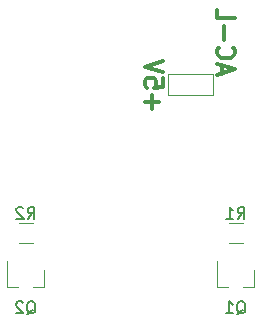
<source format=gbr>
G04 #@! TF.FileFunction,Legend,Bot*
%FSLAX46Y46*%
G04 Gerber Fmt 4.6, Leading zero omitted, Abs format (unit mm)*
G04 Created by KiCad (PCBNEW 4.0.7) date Sunday 11 February 2018 15:33:06*
%MOMM*%
%LPD*%
G01*
G04 APERTURE LIST*
%ADD10C,0.100000*%
%ADD11C,0.300000*%
%ADD12C,0.120000*%
%ADD13C,0.150000*%
G04 APERTURE END LIST*
D10*
D11*
X240557857Y-127912571D02*
X240557857Y-126769714D01*
X239986429Y-127341143D02*
X241129286Y-127341143D01*
X241486429Y-125341142D02*
X241486429Y-126055428D01*
X240772143Y-126126857D01*
X240843571Y-126055428D01*
X240915000Y-125912571D01*
X240915000Y-125555428D01*
X240843571Y-125412571D01*
X240772143Y-125341142D01*
X240629286Y-125269714D01*
X240272143Y-125269714D01*
X240129286Y-125341142D01*
X240057857Y-125412571D01*
X239986429Y-125555428D01*
X239986429Y-125912571D01*
X240057857Y-126055428D01*
X240129286Y-126126857D01*
X241486429Y-124841143D02*
X239986429Y-124341143D01*
X241486429Y-123841143D01*
X246511000Y-124943857D02*
X246511000Y-124229571D01*
X246082429Y-125086714D02*
X247582429Y-124586714D01*
X246082429Y-124086714D01*
X246225286Y-122729571D02*
X246153857Y-122801000D01*
X246082429Y-123015286D01*
X246082429Y-123158143D01*
X246153857Y-123372428D01*
X246296714Y-123515286D01*
X246439571Y-123586714D01*
X246725286Y-123658143D01*
X246939571Y-123658143D01*
X247225286Y-123586714D01*
X247368143Y-123515286D01*
X247511000Y-123372428D01*
X247582429Y-123158143D01*
X247582429Y-123015286D01*
X247511000Y-122801000D01*
X247439571Y-122729571D01*
X246653857Y-122086714D02*
X246653857Y-120943857D01*
X246082429Y-119515285D02*
X246082429Y-120229571D01*
X247582429Y-120229571D01*
D12*
X249230000Y-143000000D02*
X248300000Y-143000000D01*
X246070000Y-143000000D02*
X247000000Y-143000000D01*
X246070000Y-143000000D02*
X246070000Y-140840000D01*
X249230000Y-143000000D02*
X249230000Y-141540000D01*
X231450000Y-143000000D02*
X230520000Y-143000000D01*
X228290000Y-143000000D02*
X229220000Y-143000000D01*
X228290000Y-143000000D02*
X228290000Y-140840000D01*
X231450000Y-143000000D02*
X231450000Y-141540000D01*
X248250000Y-137550000D02*
X247050000Y-137550000D01*
X247050000Y-139310000D02*
X248250000Y-139310000D01*
X230470000Y-137550000D02*
X229270000Y-137550000D01*
X229270000Y-139310000D02*
X230470000Y-139310000D01*
X245750000Y-126747000D02*
X241930000Y-126747000D01*
X241930000Y-126747000D02*
X241930000Y-124967000D01*
X241930000Y-124967000D02*
X245750000Y-124967000D01*
X245750000Y-126747000D02*
X245750000Y-124967000D01*
D13*
X247745238Y-145327619D02*
X247840476Y-145280000D01*
X247935714Y-145184762D01*
X248078571Y-145041905D01*
X248173810Y-144994286D01*
X248269048Y-144994286D01*
X248221429Y-145232381D02*
X248316667Y-145184762D01*
X248411905Y-145089524D01*
X248459524Y-144899048D01*
X248459524Y-144565714D01*
X248411905Y-144375238D01*
X248316667Y-144280000D01*
X248221429Y-144232381D01*
X248030952Y-144232381D01*
X247935714Y-144280000D01*
X247840476Y-144375238D01*
X247792857Y-144565714D01*
X247792857Y-144899048D01*
X247840476Y-145089524D01*
X247935714Y-145184762D01*
X248030952Y-145232381D01*
X248221429Y-145232381D01*
X246840476Y-145232381D02*
X247411905Y-145232381D01*
X247126191Y-145232381D02*
X247126191Y-144232381D01*
X247221429Y-144375238D01*
X247316667Y-144470476D01*
X247411905Y-144518095D01*
X229965238Y-145327619D02*
X230060476Y-145280000D01*
X230155714Y-145184762D01*
X230298571Y-145041905D01*
X230393810Y-144994286D01*
X230489048Y-144994286D01*
X230441429Y-145232381D02*
X230536667Y-145184762D01*
X230631905Y-145089524D01*
X230679524Y-144899048D01*
X230679524Y-144565714D01*
X230631905Y-144375238D01*
X230536667Y-144280000D01*
X230441429Y-144232381D01*
X230250952Y-144232381D01*
X230155714Y-144280000D01*
X230060476Y-144375238D01*
X230012857Y-144565714D01*
X230012857Y-144899048D01*
X230060476Y-145089524D01*
X230155714Y-145184762D01*
X230250952Y-145232381D01*
X230441429Y-145232381D01*
X229631905Y-144327619D02*
X229584286Y-144280000D01*
X229489048Y-144232381D01*
X229250952Y-144232381D01*
X229155714Y-144280000D01*
X229108095Y-144327619D01*
X229060476Y-144422857D01*
X229060476Y-144518095D01*
X229108095Y-144660952D01*
X229679524Y-145232381D01*
X229060476Y-145232381D01*
X247816666Y-137231381D02*
X248150000Y-136755190D01*
X248388095Y-137231381D02*
X248388095Y-136231381D01*
X248007142Y-136231381D01*
X247911904Y-136279000D01*
X247864285Y-136326619D01*
X247816666Y-136421857D01*
X247816666Y-136564714D01*
X247864285Y-136659952D01*
X247911904Y-136707571D01*
X248007142Y-136755190D01*
X248388095Y-136755190D01*
X246864285Y-137231381D02*
X247435714Y-137231381D01*
X247150000Y-137231381D02*
X247150000Y-136231381D01*
X247245238Y-136374238D01*
X247340476Y-136469476D01*
X247435714Y-136517095D01*
X230036666Y-137231381D02*
X230370000Y-136755190D01*
X230608095Y-137231381D02*
X230608095Y-136231381D01*
X230227142Y-136231381D01*
X230131904Y-136279000D01*
X230084285Y-136326619D01*
X230036666Y-136421857D01*
X230036666Y-136564714D01*
X230084285Y-136659952D01*
X230131904Y-136707571D01*
X230227142Y-136755190D01*
X230608095Y-136755190D01*
X229655714Y-136326619D02*
X229608095Y-136279000D01*
X229512857Y-136231381D01*
X229274761Y-136231381D01*
X229179523Y-136279000D01*
X229131904Y-136326619D01*
X229084285Y-136421857D01*
X229084285Y-136517095D01*
X229131904Y-136659952D01*
X229703333Y-137231381D01*
X229084285Y-137231381D01*
M02*

</source>
